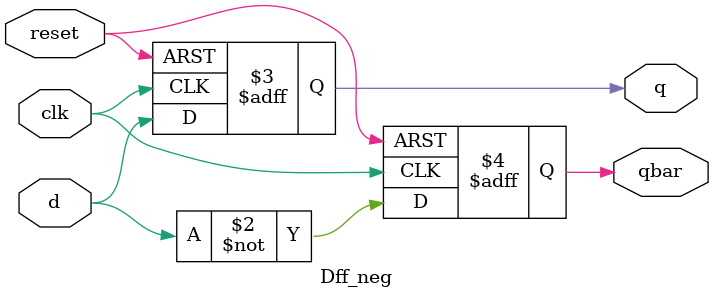
<source format=v>
module Dff_neg(clk,reset,d,q,qbar);
    input clk,reset,d;
    output reg q,qbar;

    always @(negedge clk or posedge reset) begin
        if (reset) begin
            q<=0;
            qbar<=1;
        end
        else begin
            q<= d;
            qbar<=~d;
        end
    end
endmodule
</source>
